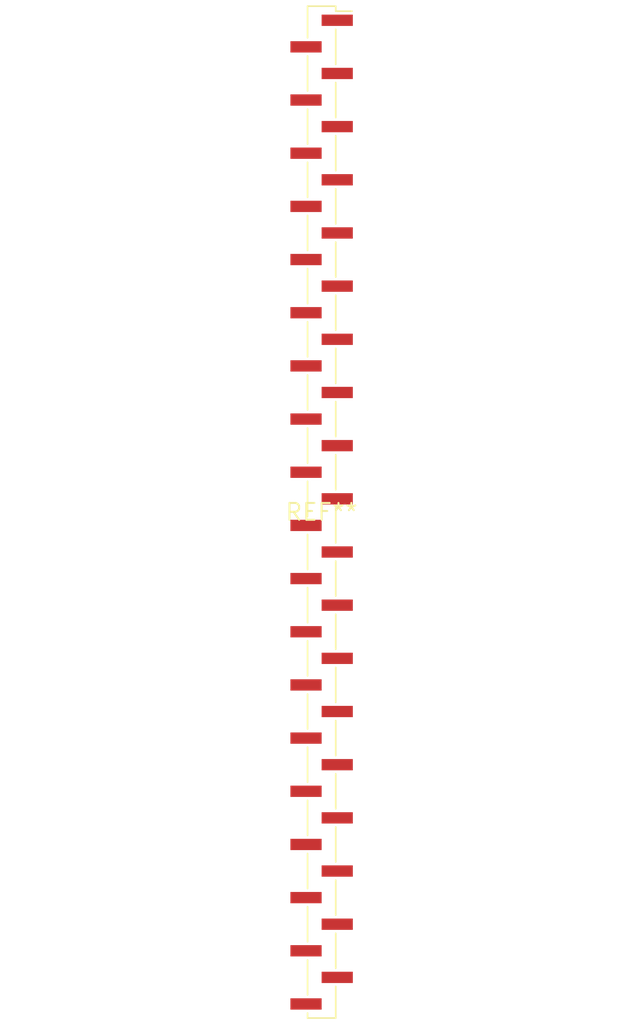
<source format=kicad_pcb>
(kicad_pcb (version 20240108) (generator pcbnew)
  (layers (0 "F.Cu" signal) (31 "B.Cu" signal) (34 "B.Paste" user) (35 "F.Paste" user) (36 "B.SilkS" user "B.Silkscreen") (37 "F.SilkS" user "F.Silkscreen") (38 "B.Mask" user) (39 "F.Mask" user) (44 "Edge.Cuts" user))
  (net 0 "")
  (footprint "PinHeader_1x38_P2.00mm_Vertical_SMD_Pin1Right" (layer "F.Cu") (at 0 0)
    (property "Reference" "REF**")
    (property "Value" "PinHeader_1x38_P2.00mm_Vertical_SMD_Pin1Right")
    (fp_line (start -1.06 -38.06) (end -1.06 -35.685) (layer "F.SilkS") (stroke (width 0.12)))
    (fp_line (start -1.06 -38.06) (end 1.06 -38.06) (layer "F.SilkS") (stroke (width 0.12)))
    (fp_line (start -1.06 -34.315) (end -1.06 -31.685) (layer "F.SilkS") (stroke (width 0.12)))
    (fp_line (start -1.06 -30.315) (end -1.06 -27.685) (layer "F.SilkS") (stroke (width 0.12)))
    (fp_line (start -1.06 -26.315) (end -1.06 -23.685) (layer "F.SilkS") (stroke (width 0.12)))
    (fp_line (start -1.06 -22.315) (end -1.06 -19.685) (layer "F.SilkS") (stroke (width 0.12)))
    (fp_line (start -1.06 -18.315) (end -1.06 -15.685) (layer "F.SilkS") (stroke (width 0.12)))
    (fp_line (start -1.06 -14.315) (end -1.06 -11.685) (layer "F.SilkS") (stroke (width 0.12)))
    (fp_line (start -1.06 -10.315) (end -1.06 -7.685) (layer "F.SilkS") (stroke (width 0.12)))
    (fp_line (start -1.06 -6.315) (end -1.06 -3.685) (layer "F.SilkS") (stroke (width 0.12)))
    (fp_line (start -1.06 -2.315) (end -1.06 0.315) (layer "F.SilkS") (stroke (width 0.12)))
    (fp_line (start -1.06 1.685) (end -1.06 4.315) (layer "F.SilkS") (stroke (width 0.12)))
    (fp_line (start -1.06 5.685) (end -1.06 8.315) (layer "F.SilkS") (stroke (width 0.12)))
    (fp_line (start -1.06 9.685) (end -1.06 12.315) (layer "F.SilkS") (stroke (width 0.12)))
    (fp_line (start -1.06 13.685) (end -1.06 16.315) (layer "F.SilkS") (stroke (width 0.12)))
    (fp_line (start -1.06 17.685) (end -1.06 20.315) (layer "F.SilkS") (stroke (width 0.12)))
    (fp_line (start -1.06 21.685) (end -1.06 24.315) (layer "F.SilkS") (stroke (width 0.12)))
    (fp_line (start -1.06 25.685) (end -1.06 28.315) (layer "F.SilkS") (stroke (width 0.12)))
    (fp_line (start -1.06 29.685) (end -1.06 32.315) (layer "F.SilkS") (stroke (width 0.12)))
    (fp_line (start -1.06 33.685) (end -1.06 36.315) (layer "F.SilkS") (stroke (width 0.12)))
    (fp_line (start -1.06 37.685) (end -1.06 38.06) (layer "F.SilkS") (stroke (width 0.12)))
    (fp_line (start -1.06 38.06) (end 1.06 38.06) (layer "F.SilkS") (stroke (width 0.12)))
    (fp_line (start 1.06 -38.06) (end 1.06 -37.685) (layer "F.SilkS") (stroke (width 0.12)))
    (fp_line (start 1.06 -37.685) (end 2.29 -37.685) (layer "F.SilkS") (stroke (width 0.12)))
    (fp_line (start 1.06 -36.315) (end 1.06 -33.685) (layer "F.SilkS") (stroke (width 0.12)))
    (fp_line (start 1.06 -32.315) (end 1.06 -29.685) (layer "F.SilkS") (stroke (width 0.12)))
    (fp_line (start 1.06 -28.315) (end 1.06 -25.685) (layer "F.SilkS") (stroke (width 0.12)))
    (fp_line (start 1.06 -24.315) (end 1.06 -21.685) (layer "F.SilkS") (stroke (width 0.12)))
    (fp_line (start 1.06 -20.315) (end 1.06 -17.685) (layer "F.SilkS") (stroke (width 0.12)))
    (fp_line (start 1.06 -16.315) (end 1.06 -13.685) (layer "F.SilkS") (stroke (width 0.12)))
    (fp_line (start 1.06 -12.315) (end 1.06 -9.685) (layer "F.SilkS") (stroke (width 0.12)))
    (fp_line (start 1.06 -8.315) (end 1.06 -5.685) (layer "F.SilkS") (stroke (width 0.12)))
    (fp_line (start 1.06 -4.315) (end 1.06 -1.685) (layer "F.SilkS") (stroke (width 0.12)))
    (fp_line (start 1.06 -0.315) (end 1.06 2.315) (layer "F.SilkS") (stroke (width 0.12)))
    (fp_line (start 1.06 3.685) (end 1.06 6.315) (layer "F.SilkS") (stroke (width 0.12)))
    (fp_line (start 1.06 7.685) (end 1.06 10.315) (layer "F.SilkS") (stroke (width 0.12)))
    (fp_line (start 1.06 11.685) (end 1.06 14.315) (layer "F.SilkS") (stroke (width 0.12)))
    (fp_line (start 1.06 15.685) (end 1.06 18.315) (layer "F.SilkS") (stroke (width 0.12)))
    (fp_line (start 1.06 19.685) (end 1.06 22.315) (layer "F.SilkS") (stroke (width 0.12)))
    (fp_line (start 1.06 23.685) (end 1.06 26.315) (layer "F.SilkS") (stroke (width 0.12)))
    (fp_line (start 1.06 27.685) (end 1.06 30.315) (layer "F.SilkS") (stroke (width 0.12)))
    (fp_line (start 1.06 31.685) (end 1.06 34.315) (layer "F.SilkS") (stroke (width 0.12)))
    (fp_line (start 1.06 35.685) (end 1.06 38.06) (layer "F.SilkS") (stroke (width 0.12)))
    (pad "1" smd rect (at 1.175 -37) (size 2.35 0.85) (layers "F.Cu" "F.Paste" "F.Mask"))
    (pad "2" smd rect (at -1.175 -35) (size 2.35 0.85) (layers "F.Cu" "F.Paste" "F.Mask"))
    (pad "3" smd rect (at 1.175 -33) (size 2.35 0.85) (layers "F.Cu" "F.Paste" "F.Mask"))
    (pad "4" smd rect (at -1.175 -31) (size 2.35 0.85) (layers "F.Cu" "F.Paste" "F.Mask"))
    (pad "5" smd rect (at 1.175 -29) (size 2.35 0.85) (layers "F.Cu" "F.Paste" "F.Mask"))
    (pad "6" smd rect (at -1.175 -27) (size 2.35 0.85) (layers "F.Cu" "F.Paste" "F.Mask"))
    (pad "7" smd rect (at 1.175 -25) (size 2.35 0.85) (layers "F.Cu" "F.Paste" "F.Mask"))
    (pad "8" smd rect (at -1.175 -23) (size 2.35 0.85) (layers "F.Cu" "F.Paste" "F.Mask"))
    (pad "9" smd rect (at 1.175 -21) (size 2.35 0.85) (layers "F.Cu" "F.Paste" "F.Mask"))
    (pad "10" smd rect (at -1.175 -19) (size 2.35 0.85) (layers "F.Cu" "F.Paste" "F.Mask"))
    (pad "11" smd rect (at 1.175 -17) (size 2.35 0.85) (layers "F.Cu" "F.Paste" "F.Mask"))
    (pad "12" smd rect (at -1.175 -15) (size 2.35 0.85) (layers "F.Cu" "F.Paste" "F.Mask"))
    (pad "13" smd rect (at 1.175 -13) (size 2.35 0.85) (layers "F.Cu" "F.Paste" "F.Mask"))
    (pad "14" smd rect (at -1.175 -11) (size 2.35 0.85) (layers "F.Cu" "F.Paste" "F.Mask"))
    (pad "15" smd rect (at 1.175 -9) (size 2.35 0.85) (layers "F.Cu" "F.Paste" "F.Mask"))
    (pad "16" smd rect (at -1.175 -7) (size 2.35 0.85) (layers "F.Cu" "F.Paste" "F.Mask"))
    (pad "17" smd rect (at 1.175 -5) (size 2.35 0.85) (layers "F.Cu" "F.Paste" "F.Mask"))
    (pad "18" smd rect (at -1.175 -3) (size 2.35 0.85) (layers "F.Cu" "F.Paste" "F.Mask"))
    (pad "19" smd rect (at 1.175 -1) (size 2.35 0.85) (layers "F.Cu" "F.Paste" "F.Mask"))
    (pad "20" smd rect (at -1.175 1) (size 2.35 0.85) (layers "F.Cu" "F.Paste" "F.Mask"))
    (pad "21" smd rect (at 1.175 3) (size 2.35 0.85) (layers "F.Cu" "F.Paste" "F.Mask"))
    (pad "22" smd rect (at -1.175 5) (size 2.35 0.85) (layers "F.Cu" "F.Paste" "F.Mask"))
    (pad "23" smd rect (at 1.175 7) (size 2.35 0.85) (layers "F.Cu" "F.Paste" "F.Mask"))
    (pad "24" smd rect (at -1.175 9) (size 2.35 0.85) (layers "F.Cu" "F.Paste" "F.Mask"))
    (pad "25" smd rect (at 1.175 11) (size 2.35 0.85) (layers "F.Cu" "F.Paste" "F.Mask"))
    (pad "26" smd rect (at -1.175 13) (size 2.35 0.85) (layers "F.Cu" "F.Paste" "F.Mask"))
    (pad "27" smd rect (at 1.175 15) (size 2.35 0.85) (layers "F.Cu" "F.Paste" "F.Mask"))
    (pad "28" smd rect (at -1.175 17) (size 2.35 0.85) (layers "F.Cu" "F.Paste" "F.Mask"))
    (pad "29" smd rect (at 1.175 19) (size 2.35 0.85) (layers "F.Cu" "F.Paste" "F.Mask"))
    (pad "30" smd rect (at -1.175 21) (size 2.35 0.85) (layers "F.Cu" "F.Paste" "F.Mask"))
    (pad "31" smd rect (at 1.175 23) (size 2.35 0.85) (layers "F.Cu" "F.Paste" "F.Mask"))
    (pad "32" smd rect (at -1.175 25) (size 2.35 0.85) (layers "F.Cu" "F.Paste" "F.Mask"))
    (pad "33" smd rect (at 1.175 27) (size 2.35 0.85) (layers "F.Cu" "F.Paste" "F.Mask"))
    (pad "34" smd rect (at -1.175 29) (size 2.35 0.85) (layers "F.Cu" "F.Paste" "F.Mask"))
    (pad "35" smd rect (at 1.175 31) (size 2.35 0.85) (layers "F.Cu" "F.Paste" "F.Mask"))
    (pad "36" smd rect (at -1.175 33) (size 2.35 0.85) (layers "F.Cu" "F.Paste" "F.Mask"))
    (pad "37" smd rect (at 1.175 35) (size 2.35 0.85) (layers "F.Cu" "F.Paste" "F.Mask"))
    (pad "38" smd rect (at -1.175 37) (size 2.35 0.85) (layers "F.Cu" "F.Paste" "F.Mask"))
  )
)
</source>
